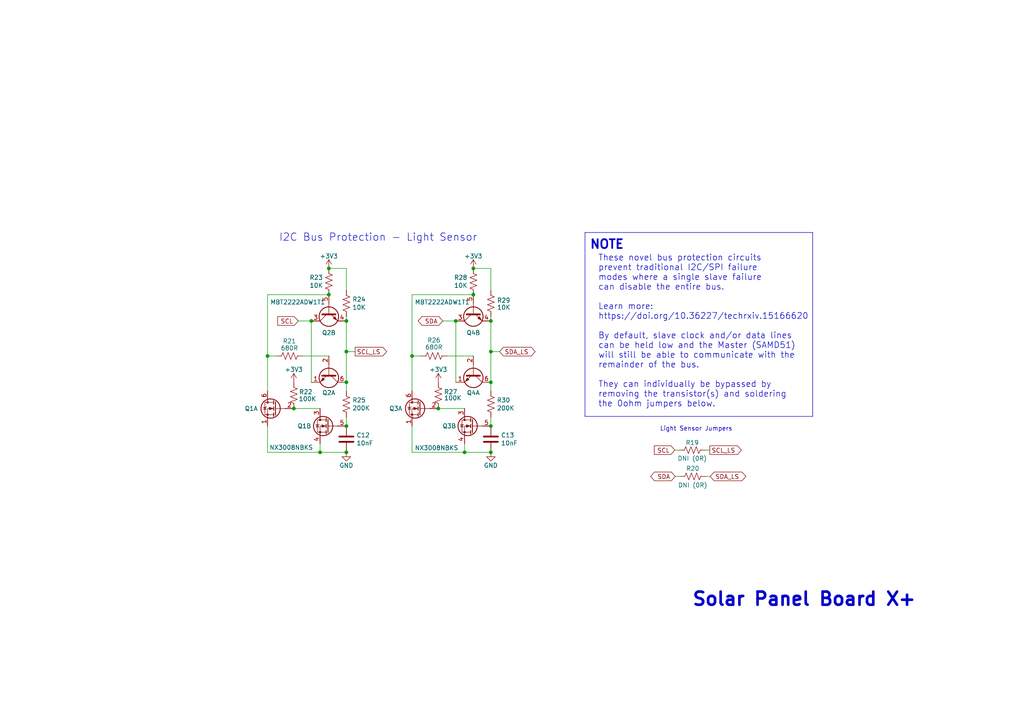
<source format=kicad_sch>
(kicad_sch (version 20230121) (generator eeschema)
  (paper "A4")
  (title_block (title "PyCubed Mini") (date "2023-04-12") (rev "B3/02") (company "REx Lab Carnegie Mellon University") (comment 1 "Z.Manchester") (comment 2 "N.Khera") (comment 3 "M.Holliday"))
  (lib_symbols
    (symbol "Device:C" (pin_numbers hide) (pin_names (offset 0.254))
      (property "Reference" "C" (at 0.635 2.54 0))
      (property "Value" "C" (at 0.635 -2.54 0))
      (symbol "C_0_1"
        (polyline (pts (xy -2.032 -0.762) (xy 2.032 -0.762)) (stroke (width 0.508)))
        (polyline (pts (xy -2.032 0.762) (xy 2.032 0.762)) (stroke (width 0.508)))
      )
      (symbol "C_1_1"
        (pin passive line (at 0 3.81 270) (length 2.794) (name "~") (number "1"))
        (pin passive line (at 0 -3.81 90) (length 2.794) (name "~") (number "2"))
      )
    )
    (symbol "Device:R_US" (pin_numbers hide) (pin_names (offset 0))
      (property "Reference" "R" (at 2.54 0 90))
      (property "Value" "R_US" (at -2.54 0 90))
      (symbol "R_US_0_1"
        (polyline (pts (xy 0 -2.286) (xy 0 -2.54)))
        (polyline (pts (xy 0 2.286) (xy 0 2.54)))
        (polyline (pts (xy 0 -0.762) (xy 1.016 -1.143) (xy 0 -1.524) (xy -1.016 -1.905) (xy 0 -2.286)))
        (polyline (pts (xy 0 0.762) (xy 1.016 0.381) (xy 0 0) (xy -1.016 -0.381) (xy 0 -0.762)))
        (polyline (pts (xy 0 2.286) (xy 1.016 1.905) (xy 0 1.524) (xy -1.016 1.143) (xy 0 0.762)))
      )
      (symbol "R_US_1_1"
        (pin passive line (at 0 3.81 270) (length 1.27) (name "~") (number "1"))
        (pin passive line (at 0 -3.81 90) (length 1.27) (name "~") (number "2"))
      )
    )
    (symbol "Transistor_BJT:MBT2222ADW1T1" (pin_names (offset 0) hide)
      (property "Reference" "Q" (at 5.08 1.27 0))
      (property "Value" "MBT2222ADW1T1" (at 5.08 -1.27 0))
      (symbol "MBT2222ADW1T1_0_1"
        (polyline (pts (xy 0.635 0) (xy -2.54 0)))
        (polyline (pts (xy 0.635 0.635) (xy 2.54 2.54)))
        (polyline (pts (xy 0.635 -0.635) (xy 2.54 -2.54) (xy 2.54 -2.54)))
        (polyline (pts (xy 0.635 1.905) (xy 0.635 -1.905) (xy 0.635 -1.905)) (stroke (width 0.508)))
        (polyline (pts (xy 1.27 -1.778) (xy 1.778 -1.27) (xy 2.286 -2.286) (xy 1.27 -1.778) (xy 1.27 -1.778)) (fill (type outline)))
        (circle (center 1.27 0) (radius 2.8194) (stroke (width 0.254)))
      )
      (symbol "MBT2222ADW1T1_1_1"
        (pin passive line (at 2.54 -5.08 90) (length 2.54) (name "E1") (number "1"))
        (pin input line (at -5.08 0 0) (length 2.54) (name "B1") (number "2"))
        (pin passive line (at 2.54 5.08 270) (length 2.54) (name "C1") (number "6"))
      )
      (symbol "MBT2222ADW1T1_2_1"
        (pin passive line (at 2.54 5.08 270) (length 2.54) (name "C2") (number "3"))
        (pin passive line (at 2.54 -5.08 90) (length 2.54) (name "E2") (number "4"))
        (pin input line (at -5.08 0 0) (length 2.54) (name "B2") (number "5"))
      )
    )
    (symbol "mainboard:NX3008NBKS" (pin_names (offset 0.762) hide)
      (property "Reference" "Q" (at 5.08 1.27 0))
      (property "Value" "NX3008NBKS" (at 5.08 -1.27 0))
      (symbol "NX3008NBKS_1_1"
        (polyline (pts (xy -1.016 0) (xy -3.81 0)))
        (polyline (pts (xy -1.016 1.905) (xy -1.016 -1.905)) (stroke (width 0.254)))
        (polyline (pts (xy -0.508 -1.27) (xy -0.508 -2.286)) (stroke (width 0.254)))
        (polyline (pts (xy -0.508 0.508) (xy -0.508 -0.508)) (stroke (width 0.254)))
        (polyline (pts (xy -0.508 2.286) (xy -0.508 1.27)) (stroke (width 0.254)))
        (polyline (pts (xy 1.27 2.54) (xy 1.27 1.778)))
        (polyline (pts (xy 1.27 -2.54) (xy 1.27 0) (xy -0.508 0)))
        (polyline (pts (xy -0.508 -1.778) (xy 2.032 -1.778) (xy 2.032 1.778) (xy -0.508 1.778)))
        (polyline (pts (xy -0.254 0) (xy 0.762 0.381) (xy 0.762 -0.381) (xy -0.254 0)) (fill (type outline)))
        (polyline (pts (xy 1.524 0.508) (xy 1.651 0.381) (xy 2.413 0.381) (xy 2.54 0.254)))
        (polyline (pts (xy 2.032 0.381) (xy 1.651 -0.254) (xy 2.413 -0.254) (xy 2.032 0.381)))
        (circle (center 0.381 0) (radius 2.794) (stroke (width 0.254)))
        (circle (center 1.27 -1.778) (radius 0.254) (fill (type outline)))
        (circle (center 1.27 1.778) (radius 0.254) (fill (type outline)))
        (pin passive line (at 1.27 -5.08 90) (length 2.54) (name "S2") (number "1"))
        (pin input line (at -6.35 0 0) (length 2.54) (name "G2") (number "2"))
        (pin passive line (at 1.27 5.08 270) (length 2.54) (name "D1") (number "6"))
      )
      (symbol "NX3008NBKS_2_1"
        (polyline (pts (xy -1.016 0) (xy -3.81 0)))
        (polyline (pts (xy -1.016 1.905) (xy -1.016 -1.905)) (stroke (width 0.254)))
        (polyline (pts (xy -0.508 -1.27) (xy -0.508 -2.286)) (stroke (width 0.254)))
        (polyline (pts (xy -0.508 0.508) (xy -0.508 -0.508)) (stroke (width 0.254)))
        (polyline (pts (xy -0.508 2.286) (xy -0.508 1.27)) (stroke (width 0.254)))
        (polyline (pts (xy 1.27 2.54) (xy 1.27 1.778)))
        (polyline (pts (xy 1.27 -2.54) (xy 1.27 0) (xy -0.508 0)))
        (polyline (pts (xy -0.508 -1.778) (xy 2.032 -1.778) (xy 2.032 1.778) (xy -0.508 1.778)))
        (polyline (pts (xy -0.254 0) (xy 0.762 0.381) (xy 0.762 -0.381) (xy -0.254 0)) (fill (type outline)))
        (polyline (pts (xy 1.524 0.508) (xy 1.651 0.381) (xy 2.413 0.381) (xy 2.54 0.254)))
        (polyline (pts (xy 2.032 0.381) (xy 1.651 -0.254) (xy 2.413 -0.254) (xy 2.032 0.381)))
        (circle (center 0.381 0) (radius 2.794) (stroke (width 0.254)))
        (circle (center 1.27 -1.778) (radius 0.254) (fill (type outline)))
        (circle (center 1.27 1.778) (radius 0.254) (fill (type outline)))
        (pin passive line (at 1.27 5.08 270) (length 2.54) (name "D2") (number "3"))
        (pin passive line (at 1.27 -5.08 90) (length 2.54) (name "S1") (number "4"))
        (pin input line (at -6.35 0 0) (length 2.54) (name "G1") (number "5"))
      )
    )
    (symbol "power:+3V3" (power) (pin_names (offset 0))
      (property "Value" "+3V3" (at 0 3.556 0))
      (symbol "+3V3_0_1"
        (polyline (pts (xy -0.762 1.27) (xy 0 2.54)))
        (polyline (pts (xy 0 0) (xy 0 2.54)))
        (polyline (pts (xy 0 2.54) (xy 0.762 1.27)))
      )
      (symbol "+3V3_1_1"
        (pin power_in line (at 0 0 90) (length 0) hide (name "+3V3") (number "1"))
      )
    )
    (symbol "power:GND" (power) (pin_names (offset 0))
      (property "Value" "GND" (at 0 -3.81 0))
      (symbol "GND_0_1"
        (polyline (pts (xy 0 0) (xy 0 -1.27) (xy 1.27 -1.27) (xy 0 -2.54) (xy -1.27 -1.27) (xy 0 -1.27)))
      )
      (symbol "GND_1_1"
        (pin power_in line (at 0 0 270) (length 0) hide (name "GND") (number "1"))
      )
    )
  )
  (junction (at 142.367 101.981))
  (junction (at 137.287 85.471))
  (junction (at 100.457 131.191))
  (junction (at 85.217 118.491))
  (junction (at 142.367 93.091))
  (junction (at 142.367 131.191))
  (junction (at 100.457 110.871))
  (junction (at 100.457 123.571))
  (junction (at 95.377 77.851))
  (junction (at 137.287 77.851))
  (junction (at 119.507 103.251))
  (junction (at 90.297 93.091))
  (junction (at 100.457 93.091))
  (junction (at 127.127 118.491))
  (junction (at 100.457 101.981))
  (junction (at 134.747 131.191))
  (junction (at 92.837 131.191))
  (junction (at 142.367 110.871))
  (junction (at 95.377 85.471))
  (junction (at 77.597 103.251))
  (junction (at 132.207 93.091))
  (junction (at 142.367 123.571))
  (wire (pts (xy 195.834 138.176) (xy 197.104 138.176)))
  (wire (pts (xy 119.507 131.191) (xy 134.747 131.191)))
  (wire (pts (xy 77.597 103.251) (xy 80.137 103.251)))
  (polyline (pts (xy 169.672 120.777) (xy 235.712 120.777)))
  (wire (pts (xy 134.747 128.651) (xy 134.747 131.191)))
  (wire (pts (xy 102.997 101.981) (xy 100.457 101.981)))
  (wire (pts (xy 142.367 101.981) (xy 142.367 93.091)))
  (wire (pts (xy 119.507 103.251) (xy 122.047 103.251)))
  (wire (pts (xy 142.367 84.201) (xy 142.367 77.851)))
  (wire (pts (xy 134.747 131.191) (xy 142.367 131.191)))
  (wire (pts (xy 119.507 85.471) (xy 137.287 85.471)))
  (wire (pts (xy 127.127 118.491) (xy 134.747 118.491)))
  (polyline (pts (xy 169.672 67.437) (xy 169.672 120.777)))
  (wire (pts (xy 119.507 103.251) (xy 119.507 85.471)))
  (wire (pts (xy 119.507 123.571) (xy 119.507 131.191)))
  (polyline (pts (xy 235.712 67.437) (xy 169.672 67.437)))
  (wire (pts (xy 100.457 84.201) (xy 100.457 77.851)))
  (wire (pts (xy 86.487 93.091) (xy 90.297 93.091)))
  (wire (pts (xy 92.837 128.651) (xy 92.837 131.191)))
  (wire (pts (xy 77.597 113.411) (xy 77.597 103.251)))
  (wire (pts (xy 119.507 113.411) (xy 119.507 103.251)))
  (wire (pts (xy 77.597 131.191) (xy 92.837 131.191)))
  (wire (pts (xy 142.367 77.851) (xy 137.287 77.851)))
  (wire (pts (xy 77.597 103.251) (xy 77.597 85.471)))
  (polyline (pts (xy 235.712 120.777) (xy 235.712 67.437)))
  (wire (pts (xy 128.397 93.091) (xy 132.207 93.091)))
  (wire (pts (xy 142.367 121.031) (xy 142.367 123.571)))
  (wire (pts (xy 142.367 110.871) (xy 142.367 101.981)))
  (wire (pts (xy 132.207 93.091) (xy 132.207 110.871)))
  (wire (pts (xy 77.597 85.471) (xy 95.377 85.471)))
  (wire (pts (xy 205.994 138.176) (xy 204.724 138.176)))
  (wire (pts (xy 92.837 131.191) (xy 100.457 131.191)))
  (wire (pts (xy 205.867 130.556) (xy 204.597 130.556)))
  (wire (pts (xy 100.457 91.821) (xy 100.457 93.091)))
  (wire (pts (xy 195.707 130.556) (xy 196.977 130.556)))
  (wire (pts (xy 100.457 121.031) (xy 100.457 123.571)))
  (wire (pts (xy 144.907 101.981) (xy 142.367 101.981)))
  (wire (pts (xy 85.217 118.491) (xy 92.837 118.491)))
  (wire (pts (xy 90.297 93.091) (xy 90.297 110.871)))
  (wire (pts (xy 100.457 101.981) (xy 100.457 93.091)))
  (wire (pts (xy 142.367 91.821) (xy 142.367 93.091)))
  (wire (pts (xy 95.377 103.251) (xy 87.757 103.251)))
  (wire (pts (xy 142.367 113.411) (xy 142.367 110.871)))
  (wire (pts (xy 137.287 103.251) (xy 129.667 103.251)))
  (wire (pts (xy 100.457 110.871) (xy 100.457 101.981)))
  (wire (pts (xy 77.597 123.571) (xy 77.597 131.191)))
  (wire (pts (xy 100.457 113.411) (xy 100.457 110.871)))
  (wire (pts (xy 100.457 77.851) (xy 95.377 77.851)))
  (text "Solar Panel Board X+" (at 200.533 176.149 0) (effects (font (size 3.81 3.81) (thickness 0.762) bold) (justify left bottom)))
  (text "These novel bus protection circuits\nprevent traditional I2C/SPI failure \nmodes where a single slave failure\ncan disable the entire bus.\n\nLearn more: \nhttps://doi.org/10.36227/techrxiv.15166620\n\nBy default, slave clock and/or data lines \ncan be held low and the Master (SAMD51) \nwill still be able to communicate with the \nremainder of the bus.\n\nThey can individually be bypassed by \nremoving the transistor(s) and soldering\nthe 0ohm jumpers below." (at 173.482 118.237 0) (effects (font (size 1.7526 1.7526)) (justify left bottom)))
  (text "NOTE" (at 170.942 72.517 0) (effects (font (size 2.54 2.54) (thickness 0.508) bold) (justify left bottom)))
  (text "I2C Bus Protection - Light Sensor" (at 80.899 70.231 0) (effects (font (size 2.159 2.159)) (justify left bottom)))
  (text "Light Sensor Jumpers" (at 191.389 125.222 0) (effects (font (size 1.27 1.27)) (justify left bottom)))
  (global_label "SDA" (shape bidirectional) (at 128.397 93.091 180) (property "Intersheetrefs" "${INTERSHEET_REFS}" (effects hide)))
  (global_label "SDA" (shape bidirectional) (at 195.834 138.176 180) (property "Intersheetrefs" "${INTERSHEET_REFS}" (effects hide)))
  (global_label "SDA_LS" (shape bidirectional) (at 144.907 101.981 0) (property "Intersheetrefs" "${INTERSHEET_REFS}" (effects hide)))
  (global_label "SCL" (shape input) (at 195.707 130.556 180) (property "Intersheetrefs" "${INTERSHEET_REFS}" (effects hide)))
  (global_label "SCL_LS" (shape output) (at 102.997 101.981 0) (property "Intersheetrefs" "${INTERSHEET_REFS}" (effects hide)))
  (global_label "SCL" (shape input) (at 86.487 93.091 180) (property "Intersheetrefs" "${INTERSHEET_REFS}" (effects hide)))
  (global_label "SDA_LS" (shape bidirectional) (at 205.994 138.176 0) (property "Intersheetrefs" "${INTERSHEET_REFS}" (effects hide)))
  (global_label "SCL_LS" (shape output) (at 205.867 130.556 0) (property "Intersheetrefs" "${INTERSHEET_REFS}" (effects hide)))
  (symbol (lib_id "Device:R_US") (at 200.787 130.556 270) (unit 1)
    (property "Reference" "R19" (at 200.787 128.397 90))
    (property "Value" "DNI (0R)" (at 200.787 132.969 90))
    (property "Footprint" "Resistor_SMD:R_0603_1608Metric" (effects hide))
    (property "DNI" "DNI" (effects hide))
    (property "Description" "0 0603" (effects hide))
  )
  (symbol (lib_id "power:+3V3") (at 127.127 110.871 0) (unit 1)
    (property "Reference" "#PWR0111" (effects hide))
    (property "Value" "+3V3" (at 127.127 107.188 0))
    (instances (project "Solar-Panel-X+" (path "" (reference "#PWR0111") (unit 1)) (path "" (reference "#PWR016") (unit 1))))
  )
  (symbol (lib_id "Transistor_BJT:MBT2222ADW1T1") (at 95.377 90.551 90) (mirror x) (unit 2)
    (property "Reference" "Q2" (at 95.377 96.52 90))
    (property "Value" "MBT2222ADW1T1" (at 86.36 87.63 90))
    (property "Footprint" "Package_TO_SOT_SMD:SOT-363_SC-70-6" (effects hide))
    (property "Datasheet" "http://www.onsemi.com/pub_link/Collateral/MBT2222ADW1T1-D.PDF" (effects hide))
    (property "Description" "TRANS 2NPN 40V 0.6A SC88/SC70-6" (effects hide))
    (property "Manufacturer_Name" "onsemi" (effects hide))
    (property "Manufacturer_Part_Number" "MBT2222ADW1T1G" (effects hide))
    (property "Package/Footprint" "SOT-363" (effects hide))
    (property "Website" "https://www.digikey.pt/pt/products/detail/onsemi/MBT2222ADW1T1G/1477281?s=N4IgTCBcDaILICEAqZVgIIBEDqBGJuA4iALoC%2BQA" (effects hide))
  )
  (symbol (lib_id "Device:R_US") (at 127.127 114.681 0) (unit 1)
    (property "Reference" "R27" (at 128.778 113.665 0) (effects (justify left)))
    (property "Value" "100K" (at 128.778 115.443 0) (effects (justify left)))
    (property "Footprint" "Resistor_SMD:R_0603_1608Metric" (effects hide))
    (property "Description" "RES 100K OHM 0.5% 1/6W 0603" (effects hide))
    (property "Manufacturer_Name" "Stackpole Electronics Inc" (effects hide))
    (property "Manufacturer_Part_Number" "RNCF0603DTE100K" (effects hide))
    (property "Package/Footprint" "0603" (effects hide))
    (property "Website" "https://www.digikey.pt/pt/products/detail/stackpole-electronics-inc/RNCF0603DTE100K/6264184?s=N4IgTCBcDaIEoDkDCAxADANjQZgCIBUBRARjTQGkQBdAXyA" (effects hide))
  )
  (symbol (lib_id "power:+3V3") (at 85.217 110.871 0) (unit 1)
    (property "Reference" "#PWR0108" (effects hide))
    (property "Value" "+3V3" (at 85.217 107.188 0))
    (instances (project "Solar-Panel-X+" (path "" (reference "#PWR0108") (unit 1)) (path "" (reference "#PWR012") (unit 1))))
  )
  (symbol (lib_id "Transistor_BJT:MBT2222ADW1T1") (at 95.377 108.331 270) (unit 1)
    (property "Reference" "Q2" (at 95.377 113.919 90))
    (property "Value" "MBT2222ADW1T1" (effects hide))
    (property "Footprint" "Package_TO_SOT_SMD:SOT-363_SC-70-6" (effects hide))
    (property "Datasheet" "http://www.onsemi.com/pub_link/Collateral/MBT2222ADW1T1-D.PDF" (effects hide))
    (property "Description" "TRANS 2NPN 40V 0.6A SC88/SC70-6" (effects hide))
    (property "Manufacturer_Name" "onsemi" (effects hide))
    (property "Manufacturer_Part_Number" "MBT2222ADW1T1G" (effects hide))
    (property "Package/Footprint" "SOT-363" (effects hide))
    (property "Website" "https://www.digikey.pt/pt/products/detail/onsemi/MBT2222ADW1T1G/1477281?s=N4IgTCBcDaILICEAqZVgIIBEDqBGJuA4iALoC%2BQA" (effects hide))
  )
  (symbol (lib_id "Device:R_US") (at 100.457 117.221 0) (unit 1)
    (property "Reference" "R25" (at 102.1842 116.0526 0) (effects (justify left)))
    (property "Value" "200K" (at 102.1842 118.364 0) (effects (justify left)))
    (property "Footprint" "Resistor_SMD:R_0603_1608Metric" (effects hide))
    (property "Description" "RES 200K OHM 1% 1/10W 0603" (effects hide))
    (property "Manufacturer_Name" "Stackpole Electronics Inc" (effects hide))
    (property "Manufacturer_Part_Number" "RMCF0603FT200K" (effects hide))
    (property "Package/Footprint" "0603" (effects hide))
    (property "Website" "https://www.digikey.pt/pt/products/detail/stackpole-electronics-inc/RMCF0603FT200K/1760715?s=N4IgTCBcDaIEoFkDCAxADANjQZhQFTDTQGkQBdAXyA" (effects hide))
  )
  (symbol (lib_id "Transistor_BJT:MBT2222ADW1T1") (at 137.287 90.551 90) (mirror x) (unit 2)
    (property "Reference" "Q4" (at 137.287 96.52 90))
    (property "Value" "MBT2222ADW1T1" (at 128.27 87.63 90))
    (property "Footprint" "Package_TO_SOT_SMD:SOT-363_SC-70-6" (effects hide))
    (property "Datasheet" "http://www.onsemi.com/pub_link/Collateral/MBT2222ADW1T1-D.PDF" (effects hide))
    (property "Description" "TRANS 2NPN 40V 0.6A SC88/SC70-6" (effects hide))
    (property "Manufacturer_Name" "onsemi" (effects hide))
    (property "Manufacturer_Part_Number" "MBT2222ADW1T1G" (effects hide))
    (property "Package/Footprint" "SOT-363" (effects hide))
    (property "Website" "https://www.digikey.pt/pt/products/detail/onsemi/MBT2222ADW1T1G/1477281?s=N4IgTCBcDaILICEAqZVgIIBEDqBGJuA4iALoC%2BQA" (effects hide))
  )
  (symbol (lib_id "power:+3V3") (at 95.377 77.851 0) (unit 1)
    (property "Reference" "#PWR0107" (effects hide))
    (property "Value" "+3V3" (at 95.377 74.295 0))
    (instances (project "Solar-Panel-X+" (path "" (reference "#PWR0107") (unit 1)) (path "" (reference "#PWR013") (unit 1))))
  )
  (symbol (lib_id "Device:R_US") (at 95.377 81.661 0) (unit 1)
    (property "Reference" "R23" (at 93.6752 80.4926 0) (effects (justify right)))
    (property "Value" "10K" (at 93.6752 82.804 0) (effects (justify right)))
    (property "Footprint" "Resistor_SMD:R_0603_1608Metric" (effects hide))
    (property "Description" "RES 10K OHM 0.1% 1/6W 0603" (effects hide))
    (property "Manufacturer_Name" "Stackpole Electronics Inc" (effects hide))
    (property "Manufacturer_Part_Number" "RNCF0603BTE10K0" (effects hide))
    (property "Package/Footprint" "0603" (effects hide))
    (property "Website" "https://www.digikey.pt/pt/products/detail/stackpole-electronics-inc/RNCF0603BTE10K0/1710011?s=N4IgTCBcDaIEoDkDCAxADANjQZgEIBUBRARjQGk0QBdAXyA" (effects hide))
  )
  (symbol (lib_id "Device:R_US") (at 142.367 117.221 0) (unit 1)
    (property "Reference" "R30" (at 144.0942 116.0526 0) (effects (justify left)))
    (property "Value" "200K" (at 144.0942 118.364 0) (effects (justify left)))
    (property "Footprint" "Resistor_SMD:R_0603_1608Metric" (effects hide))
    (property "Description" "RES 200K OHM 1% 1/10W 0603" (effects hide))
    (property "Manufacturer_Name" "Stackpole Electronics Inc" (effects hide))
    (property "Manufacturer_Part_Number" "RMCF0603FT200K" (effects hide))
    (property "Package/Footprint" "0603" (effects hide))
    (property "Website" "https://www.digikey.pt/pt/products/detail/stackpole-electronics-inc/RMCF0603FT200K/1760715?s=N4IgTCBcDaIEoFkDCAxADANjQZhQFTDTQGkQBdAXyA" (effects hide))
  )
  (symbol (lib_id "Device:C") (at 142.367 127.381 0) (unit 1)
    (property "Reference" "C13" (at 145.288 126.238 0) (effects (justify left)))
    (property "Value" "10nF" (at 145.288 128.524 0) (effects (justify left)))
    (property "Footprint" "Capacitor_SMD:C_0603_1608Metric" (effects hide))
    (property "Description" "CAP CER 10000PF 100V X7R 0603" (effects hide))
    (property "Manufacturer_Name" "KYOCERA AVX" (effects hide))
    (property "Manufacturer_Part_Number" "06031C103K4T4A" (effects hide))
    (property "Package/Footprint" "0603" (effects hide))
    (property "Website" "https://www.digikey.pt/pt/products/detail/kyocera-avx/KAM15AR72A103KM/1598666?s=N4IgTCBcDaIAwDY4GYCMBhVKDSAWAKrgIIgC6AvkA" (effects hide))
  )
  (symbol (lib_id "mainboard:NX3008NBKS") (at 120.777 118.491 0) (mirror y) (unit 1)
    (property "Reference" "Q3" (at 116.713 118.491 0) (effects (justify left)))
    (property "Value" "NX3008NBKS" (at 132.969 129.921 0) (effects (justify left)))
    (property "Footprint" "Package_TO_SOT_SMD:SOT-363_SC-70-6" (effects hide))
    (property "Datasheet" "https://assets.nexperia.com/documents/data-sheet/NX3008NBKS.pdf" (effects hide))
    (property "Description" "MOSFET 2N-CH 30V 0.35A 6TSSOP" (effects hide))
    (property "Manufacturer_Name" "Nexperia USA Inc." (effects hide))
    (property "Manufacturer_Part_Number" "NX3008NBKS,115" (effects hide))
    (property "Package/Footprint" "6-TSSOP" (effects hide))
    (property "Website" "https://www.digikey.pt/pt/products/detail/nexperia-usa-inc/NX3008NBKS-115/2779963?s=N4IgTCBcDaIHIA0DMAGFAOOAhA0gZQBoBGIgVhAF0BfIA" (effects hide))
  )
  (symbol (lib_id "Device:R_US") (at 100.457 88.011 0) (unit 1)
    (property "Reference" "R24" (at 102.1842 86.8426 0) (effects (justify left)))
    (property "Value" "10K" (at 102.1842 89.154 0) (effects (justify left)))
    (property "Footprint" "Resistor_SMD:R_0603_1608Metric" (effects hide))
    (property "Description" "RES 10K OHM 0.1% 1/6W 0603" (effects hide))
    (property "Manufacturer_Name" "Stackpole Electronics Inc" (effects hide))
    (property "Manufacturer_Part_Number" "RNCF0603BTE10K0" (effects hide))
    (property "Package/Footprint" "0603" (effects hide))
    (property "Website" "https://www.digikey.pt/pt/products/detail/stackpole-electronics-inc/RNCF0603BTE10K0/1710011?s=N4IgTCBcDaIEoDkDCAxADANjQZgEIBUBRARjQGk0QBdAXyA" (effects hide))
  )
  (symbol (lib_id "power:GND") (at 142.367 131.191 0) (unit 1)
    (property "Reference" "#PWR0110" (effects hide))
    (property "Value" "GND" (at 142.367 135.001 0))
    (instances (project "Solar-Panel-X+" (path "" (reference "#PWR0110") (unit 1)) (path "" (reference "#PWR018") (unit 1))))
  )
  (symbol (lib_id "mainboard:NX3008NBKS") (at 78.867 118.491 0) (mirror y) (unit 1)
    (property "Reference" "Q1" (at 74.803 118.491 0) (effects (justify left)))
    (property "Value" "NX3008NBKS" (at 90.805 129.794 0) (effects (justify left)))
    (property "Footprint" "Package_TO_SOT_SMD:SOT-363_SC-70-6" (effects hide))
    (property "Datasheet" "https://assets.nexperia.com/documents/data-sheet/NX3008NBKS.pdf" (effects hide))
    (property "Description" "MOSFET 2N-CH 30V 0.35A 6TSSOP" (effects hide))
    (property "Manufacturer_Name" "Nexperia USA Inc." (effects hide))
    (property "Manufacturer_Part_Number" "NX3008NBKS,115" (effects hide))
    (property "Package/Footprint" "6-TSSOP" (effects hide))
    (property "Website" "https://www.digikey.pt/pt/products/detail/nexperia-usa-inc/NX3008NBKS-115/2779963?s=N4IgTCBcDaIHIA0DMAGFAOOAhA0gZQBoBGIgVhAF0BfIA" (effects hide))
  )
  (symbol (lib_id "Device:R_US") (at 200.914 138.176 270) (unit 1)
    (property "Reference" "R20" (at 200.914 135.89 90))
    (property "Value" "DNI (0R)" (at 200.914 140.716 90))
    (property "Footprint" "Resistor_SMD:R_0603_1608Metric" (effects hide))
    (property "DNI" "DNI" (effects hide))
    (property "Description" "0 0603" (effects hide))
  )
  (symbol (lib_id "Device:R_US") (at 137.287 81.661 0) (unit 1)
    (property "Reference" "R28" (at 135.5852 80.4926 0) (effects (justify right)))
    (property "Value" "10K" (at 135.5852 82.804 0) (effects (justify right)))
    (property "Footprint" "Resistor_SMD:R_0603_1608Metric" (effects hide))
    (property "Description" "RES 10K OHM 0.1% 1/6W 0603" (effects hide))
    (property "Manufacturer_Name" "Stackpole Electronics Inc" (effects hide))
    (property "Manufacturer_Part_Number" "RNCF0603BTE10K0" (effects hide))
    (property "Package/Footprint" "0603" (effects hide))
    (property "Website" "https://www.digikey.pt/pt/products/detail/stackpole-electronics-inc/RNCF0603BTE10K0/1710011?s=N4IgTCBcDaIEoDkDCAxADANjQZgEIBUBRARjQGk0QBdAXyA" (effects hide))
  )
  (symbol (lib_id "mainboard:NX3008NBKS") (at 94.107 123.571 0) (mirror y) (unit 2)
    (property "Reference" "Q1" (at 90.297 123.571 0) (effects (justify left)))
    (property "Value" "NX3008NBKS" (effects hide))
    (property "Footprint" "Package_TO_SOT_SMD:SOT-363_SC-70-6" (effects hide))
    (property "Datasheet" "https://assets.nexperia.com/documents/data-sheet/NX3008NBKS.pdf" (effects hide))
    (property "Description" "MOSFET 2N-CH 30V 0.35A 6TSSOP" (effects hide))
    (property "Manufacturer_Name" "Nexperia USA Inc." (effects hide))
    (property "Manufacturer_Part_Number" "NX3008NBKS,115" (effects hide))
    (property "Package/Footprint" "6-TSSOP" (effects hide))
    (property "Website" "https://www.digikey.pt/pt/products/detail/nexperia-usa-inc/NX3008NBKS-115/2779963?s=N4IgTCBcDaIHIA0DMAGFAOOAhA0gZQBoBGIgVhAF0BfIA" (effects hide))
  )
  (symbol (lib_id "Device:R_US") (at 83.947 103.251 270) (unit 1)
    (property "Reference" "R21" (at 83.947 98.933 90))
    (property "Value" "680R" (at 83.947 100.965 90))
    (property "Footprint" "Resistor_SMD:R_0603_1608Metric" (effects hide))
    (property "Description" "RES 680 OHM 1% 1/10W 0603" (effects hide))
    (property "Manufacturer_Name" "Stackpole Electronics Inc" (effects hide))
    (property "Manufacturer_Part_Number" "RMCF0603FT680R" (effects hide))
    (property "Package/Footprint" "0603" (effects hide))
    (property "Website" "https://www.digikey.pt/pt/products/detail/stackpole-electronics-inc/RMCF0603FT680R/1760751?s=N4IgTCBcDaIEoFkDCAxADANjQZhQFQwA404QBdAXyA" (effects hide))
  )
  (symbol (lib_id "Device:C") (at 100.457 127.381 0) (unit 1)
    (property "Reference" "C12" (at 103.378 126.2126 0) (effects (justify left)))
    (property "Value" "10nF" (at 103.378 128.524 0) (effects (justify left)))
    (property "Footprint" "Capacitor_SMD:C_0603_1608Metric" (effects hide))
    (property "Description" "CAP CER 10000PF 100V X7R 0603" (effects hide))
    (property "Manufacturer_Name" "KYOCERA AVX" (effects hide))
    (property "Manufacturer_Part_Number" "06031C103K4T4A" (effects hide))
    (property "Package/Footprint" "0603" (effects hide))
    (property "Website" "https://www.digikey.pt/pt/products/detail/kyocera-avx/KAM15AR72A103KM/1598666?s=N4IgTCBcDaIAwDY4GYCMBhVKDSAWAKrgIIgC6AvkA" (effects hide))
  )
  (symbol (lib_id "power:GND") (at 100.457 131.191 0) (unit 1)
    (property "Reference" "#PWR0109" (effects hide))
    (property "Value" "GND" (at 100.457 135.001 0))
    (instances (project "Solar-Panel-X+" (path "" (reference "#PWR0109") (unit 1)) (path "" (reference "#PWR014") (unit 1))))
  )
  (symbol (lib_id "Device:R_US") (at 125.857 103.251 270) (unit 1)
    (property "Reference" "R26" (at 125.857 98.679 90))
    (property "Value" "680R" (at 125.857 100.711 90))
    (property "Footprint" "Resistor_SMD:R_0603_1608Metric" (effects hide))
    (property "Description" "RES 680 OHM 1% 1/10W 0603" (effects hide))
    (property "Manufacturer_Name" "Stackpole Electronics Inc" (effects hide))
    (property "Manufacturer_Part_Number" "RMCF0603FT680R" (effects hide))
    (property "Package/Footprint" "0603" (effects hide))
    (property "Website" "https://www.digikey.pt/pt/products/detail/stackpole-electronics-inc/RMCF0603FT680R/1760751?s=N4IgTCBcDaIEoFkDCAxADANjQZhQFQwA404QBdAXyA" (effects hide))
  )
  (symbol (lib_id "Transistor_BJT:MBT2222ADW1T1") (at 137.287 108.331 270) (unit 1)
    (property "Reference" "Q4" (at 137.287 113.919 90))
    (property "Value" "MBT2222ADW1T1" (effects hide))
    (property "Footprint" "Package_TO_SOT_SMD:SOT-363_SC-70-6" (effects hide))
    (property "Datasheet" "http://www.onsemi.com/pub_link/Collateral/MBT2222ADW1T1-D.PDF" (effects hide))
    (property "Description" "TRANS 2NPN 40V 0.6A SC88/SC70-6" (effects hide))
    (property "Manufacturer_Name" "onsemi" (effects hide))
    (property "Manufacturer_Part_Number" "MBT2222ADW1T1G" (effects hide))
    (property "Package/Footprint" "SOT-363" (effects hide))
    (property "Website" "https://www.digikey.pt/pt/products/detail/onsemi/MBT2222ADW1T1G/1477281?s=N4IgTCBcDaILICEAqZVgIIBEDqBGJuA4iALoC%2BQA" (effects hide))
  )
  (symbol (lib_id "mainboard:NX3008NBKS") (at 136.017 123.571 0) (mirror y) (unit 2)
    (property "Reference" "Q3" (at 132.334 123.571 0) (effects (justify left)))
    (property "Value" "NX3008NBKS" (effects hide))
    (property "Footprint" "Package_TO_SOT_SMD:SOT-363_SC-70-6" (effects hide))
    (property "Datasheet" "https://assets.nexperia.com/documents/data-sheet/NX3008NBKS.pdf" (effects hide))
    (property "Description" "MOSFET 2N-CH 30V 0.35A 6TSSOP" (effects hide))
    (property "Manufacturer_Name" "Nexperia USA Inc." (effects hide))
    (property "Manufacturer_Part_Number" "NX3008NBKS,115" (effects hide))
    (property "Package/Footprint" "6-TSSOP" (effects hide))
    (property "Website" "https://www.digikey.pt/pt/products/detail/nexperia-usa-inc/NX3008NBKS-115/2779963?s=N4IgTCBcDaIHIA0DMAGFAOOAhA0gZQBoBGIgVhAF0BfIA" (effects hide))
  )
  (symbol (lib_id "power:+3V3") (at 137.287 77.851 0) (unit 1)
    (property "Reference" "#PWR0106" (effects hide))
    (property "Value" "+3V3" (at 137.287 74.295 0))
    (instances (project "Solar-Panel-X+" (path "" (reference "#PWR0106") (unit 1)) (path "" (reference "#PWR017") (unit 1))))
  )
  (symbol (lib_id "Device:R_US") (at 85.217 114.681 0) (unit 1)
    (property "Reference" "R22" (at 86.741 113.665 0) (effects (justify left)))
    (property "Value" "100K" (at 86.614 115.697 0) (effects (justify left)))
    (property "Footprint" "Resistor_SMD:R_0603_1608Metric" (effects hide))
    (property "Description" "RES 100K OHM 0.5% 1/6W 0603" (effects hide))
    (property "Manufacturer_Name" "Stackpole Electronics Inc" (effects hide))
    (property "Manufacturer_Part_Number" "RNCF0603DTE100K" (effects hide))
    (property "Package/Footprint" "0603" (effects hide))
    (property "Website" "https://www.digikey.pt/pt/products/detail/stackpole-electronics-inc/RNCF0603DTE100K/6264184?s=N4IgTCBcDaIEoDkDCAxADANjQZgCIBUBRARjTQGkQBdAXyA" (effects hide))
  )
  (symbol (lib_id "Device:R_US") (at 142.367 88.011 0) (unit 1)
    (property "Reference" "R29" (at 144.145 87.122 0) (effects (justify left)))
    (property "Value" "10K" (at 144.145 89.154 0) (effects (justify left)))
    (property "Footprint" "Resistor_SMD:R_0603_1608Metric" (effects hide))
    (property "Description" "RES 10K OHM 0.1% 1/6W 0603" (effects hide))
    (property "Manufacturer_Name" "Stackpole Electronics Inc" (effects hide))
    (property "Manufacturer_Part_Number" "RNCF0603BTE10K0" (effects hide))
    (property "Package/Footprint" "0603" (effects hide))
    (property "Website" "https://www.digikey.pt/pt/products/detail/stackpole-electronics-inc/RNCF0603BTE10K0/1710011?s=N4IgTCBcDaIEoDkDCAxADANjQZgEIBUBRARjQGk0QBdAXyA" (effects hide))
  )
)
</source>
